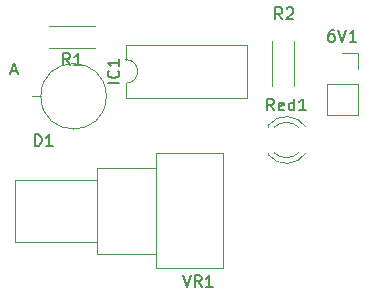
<source format=gbr>
%TF.GenerationSoftware,KiCad,Pcbnew,(5.1.12)-1*%
%TF.CreationDate,2023-08-14T15:24:16+05:30*%
%TF.ProjectId,low battery,6c6f7720-6261-4747-9465-72792e6b6963,rev?*%
%TF.SameCoordinates,Original*%
%TF.FileFunction,Legend,Top*%
%TF.FilePolarity,Positive*%
%FSLAX46Y46*%
G04 Gerber Fmt 4.6, Leading zero omitted, Abs format (unit mm)*
G04 Created by KiCad (PCBNEW (5.1.12)-1) date 2023-08-14 15:24:16*
%MOMM*%
%LPD*%
G01*
G04 APERTURE LIST*
%ADD10C,0.120000*%
%ADD11C,0.150000*%
G04 APERTURE END LIST*
D10*
%TO.C,VR1*%
X121896000Y-94870000D02*
X116255000Y-94870000D01*
X121896000Y-85130000D02*
X116255000Y-85130000D01*
X121896000Y-94870000D02*
X121896000Y-85130000D01*
X116255000Y-94870000D02*
X116255000Y-85130000D01*
X116255000Y-93620000D02*
X111255000Y-93620000D01*
X116255000Y-86380000D02*
X111255000Y-86380000D01*
X116255000Y-93620000D02*
X116255000Y-86380000D01*
X111255000Y-93620000D02*
X111255000Y-86380000D01*
X111255000Y-92620000D02*
X104255000Y-92620000D01*
X111255000Y-87380000D02*
X104255000Y-87380000D01*
X111255000Y-92620000D02*
X111255000Y-87380000D01*
X104255000Y-92620000D02*
X104255000Y-87380000D01*
%TO.C,Red1*%
X128311130Y-85079837D02*
G75*
G02*
X126229039Y-85080000I-1041130J1079837D01*
G01*
X128311130Y-82920163D02*
G75*
G03*
X126229039Y-82920000I-1041130J-1079837D01*
G01*
X128942335Y-85078608D02*
G75*
G02*
X125710000Y-85235516I-1672335J1078608D01*
G01*
X128942335Y-82921392D02*
G75*
G03*
X125710000Y-82764484I-1672335J-1078608D01*
G01*
X125710000Y-82764000D02*
X125710000Y-82920000D01*
X125710000Y-85080000D02*
X125710000Y-85236000D01*
%TO.C,R2*%
X127920000Y-75620000D02*
X127920000Y-79460000D01*
X126080000Y-75620000D02*
X126080000Y-79460000D01*
%TO.C,R1*%
X111030000Y-76195000D02*
X107190000Y-76195000D01*
X111030000Y-74355000D02*
X107190000Y-74355000D01*
%TO.C,IC1*%
X113670000Y-77190000D02*
G75*
G02*
X113670000Y-79190000I0J-1000000D01*
G01*
X113670000Y-79190000D02*
X113670000Y-80440000D01*
X113670000Y-80440000D02*
X123950000Y-80440000D01*
X123950000Y-80440000D02*
X123950000Y-75940000D01*
X123950000Y-75940000D02*
X113670000Y-75940000D01*
X113670000Y-75940000D02*
X113670000Y-77190000D01*
%TO.C,D1*%
X112020000Y-80300000D02*
G75*
G03*
X112020000Y-80300000I-2770000J0D01*
G01*
X106480000Y-80300000D02*
X105770000Y-80300000D01*
%TO.C,6V1*%
X130670000Y-79270000D02*
X133330000Y-79270000D01*
X130670000Y-79270000D02*
X130670000Y-81870000D01*
X130670000Y-81870000D02*
X133330000Y-81870000D01*
X133330000Y-79270000D02*
X133330000Y-81870000D01*
X133330000Y-76670000D02*
X133330000Y-78000000D01*
X132000000Y-76670000D02*
X133330000Y-76670000D01*
%TO.C,VR1*%
D11*
X118515476Y-95452380D02*
X118848809Y-96452380D01*
X119182142Y-95452380D01*
X120086904Y-96452380D02*
X119753571Y-95976190D01*
X119515476Y-96452380D02*
X119515476Y-95452380D01*
X119896428Y-95452380D01*
X119991666Y-95500000D01*
X120039285Y-95547619D01*
X120086904Y-95642857D01*
X120086904Y-95785714D01*
X120039285Y-95880952D01*
X119991666Y-95928571D01*
X119896428Y-95976190D01*
X119515476Y-95976190D01*
X121039285Y-96452380D02*
X120467857Y-96452380D01*
X120753571Y-96452380D02*
X120753571Y-95452380D01*
X120658333Y-95595238D01*
X120563095Y-95690476D01*
X120467857Y-95738095D01*
%TO.C,Red1*%
X126222380Y-81492380D02*
X125889047Y-81016190D01*
X125650952Y-81492380D02*
X125650952Y-80492380D01*
X126031904Y-80492380D01*
X126127142Y-80540000D01*
X126174761Y-80587619D01*
X126222380Y-80682857D01*
X126222380Y-80825714D01*
X126174761Y-80920952D01*
X126127142Y-80968571D01*
X126031904Y-81016190D01*
X125650952Y-81016190D01*
X127031904Y-81444761D02*
X126936666Y-81492380D01*
X126746190Y-81492380D01*
X126650952Y-81444761D01*
X126603333Y-81349523D01*
X126603333Y-80968571D01*
X126650952Y-80873333D01*
X126746190Y-80825714D01*
X126936666Y-80825714D01*
X127031904Y-80873333D01*
X127079523Y-80968571D01*
X127079523Y-81063809D01*
X126603333Y-81159047D01*
X127936666Y-81492380D02*
X127936666Y-80492380D01*
X127936666Y-81444761D02*
X127841428Y-81492380D01*
X127650952Y-81492380D01*
X127555714Y-81444761D01*
X127508095Y-81397142D01*
X127460476Y-81301904D01*
X127460476Y-81016190D01*
X127508095Y-80920952D01*
X127555714Y-80873333D01*
X127650952Y-80825714D01*
X127841428Y-80825714D01*
X127936666Y-80873333D01*
X128936666Y-81492380D02*
X128365238Y-81492380D01*
X128650952Y-81492380D02*
X128650952Y-80492380D01*
X128555714Y-80635238D01*
X128460476Y-80730476D01*
X128365238Y-80778095D01*
%TO.C,R2*%
X126908333Y-73777380D02*
X126575000Y-73301190D01*
X126336904Y-73777380D02*
X126336904Y-72777380D01*
X126717857Y-72777380D01*
X126813095Y-72825000D01*
X126860714Y-72872619D01*
X126908333Y-72967857D01*
X126908333Y-73110714D01*
X126860714Y-73205952D01*
X126813095Y-73253571D01*
X126717857Y-73301190D01*
X126336904Y-73301190D01*
X127289285Y-72872619D02*
X127336904Y-72825000D01*
X127432142Y-72777380D01*
X127670238Y-72777380D01*
X127765476Y-72825000D01*
X127813095Y-72872619D01*
X127860714Y-72967857D01*
X127860714Y-73063095D01*
X127813095Y-73205952D01*
X127241666Y-73777380D01*
X127860714Y-73777380D01*
%TO.C,R1*%
X108943333Y-77647380D02*
X108610000Y-77171190D01*
X108371904Y-77647380D02*
X108371904Y-76647380D01*
X108752857Y-76647380D01*
X108848095Y-76695000D01*
X108895714Y-76742619D01*
X108943333Y-76837857D01*
X108943333Y-76980714D01*
X108895714Y-77075952D01*
X108848095Y-77123571D01*
X108752857Y-77171190D01*
X108371904Y-77171190D01*
X109895714Y-77647380D02*
X109324285Y-77647380D01*
X109610000Y-77647380D02*
X109610000Y-76647380D01*
X109514761Y-76790238D01*
X109419523Y-76885476D01*
X109324285Y-76933095D01*
%TO.C,IC1*%
X113122380Y-79166190D02*
X112122380Y-79166190D01*
X113027142Y-78118571D02*
X113074761Y-78166190D01*
X113122380Y-78309047D01*
X113122380Y-78404285D01*
X113074761Y-78547142D01*
X112979523Y-78642380D01*
X112884285Y-78690000D01*
X112693809Y-78737619D01*
X112550952Y-78737619D01*
X112360476Y-78690000D01*
X112265238Y-78642380D01*
X112170000Y-78547142D01*
X112122380Y-78404285D01*
X112122380Y-78309047D01*
X112170000Y-78166190D01*
X112217619Y-78118571D01*
X113122380Y-77166190D02*
X113122380Y-77737619D01*
X113122380Y-77451904D02*
X112122380Y-77451904D01*
X112265238Y-77547142D01*
X112360476Y-77642380D01*
X112408095Y-77737619D01*
%TO.C,D1*%
X105971904Y-84522380D02*
X105971904Y-83522380D01*
X106210000Y-83522380D01*
X106352857Y-83570000D01*
X106448095Y-83665238D01*
X106495714Y-83760476D01*
X106543333Y-83950952D01*
X106543333Y-84093809D01*
X106495714Y-84284285D01*
X106448095Y-84379523D01*
X106352857Y-84474761D01*
X106210000Y-84522380D01*
X105971904Y-84522380D01*
X107495714Y-84522380D02*
X106924285Y-84522380D01*
X107210000Y-84522380D02*
X107210000Y-83522380D01*
X107114761Y-83665238D01*
X107019523Y-83760476D01*
X106924285Y-83808095D01*
X103931904Y-78166666D02*
X104408095Y-78166666D01*
X103836666Y-78452380D02*
X104170000Y-77452380D01*
X104503333Y-78452380D01*
%TO.C,6V1*%
X131285714Y-74682380D02*
X131095238Y-74682380D01*
X131000000Y-74730000D01*
X130952380Y-74777619D01*
X130857142Y-74920476D01*
X130809523Y-75110952D01*
X130809523Y-75491904D01*
X130857142Y-75587142D01*
X130904761Y-75634761D01*
X131000000Y-75682380D01*
X131190476Y-75682380D01*
X131285714Y-75634761D01*
X131333333Y-75587142D01*
X131380952Y-75491904D01*
X131380952Y-75253809D01*
X131333333Y-75158571D01*
X131285714Y-75110952D01*
X131190476Y-75063333D01*
X131000000Y-75063333D01*
X130904761Y-75110952D01*
X130857142Y-75158571D01*
X130809523Y-75253809D01*
X131666666Y-74682380D02*
X132000000Y-75682380D01*
X132333333Y-74682380D01*
X133190476Y-75682380D02*
X132619047Y-75682380D01*
X132904761Y-75682380D02*
X132904761Y-74682380D01*
X132809523Y-74825238D01*
X132714285Y-74920476D01*
X132619047Y-74968095D01*
%TD*%
M02*

</source>
